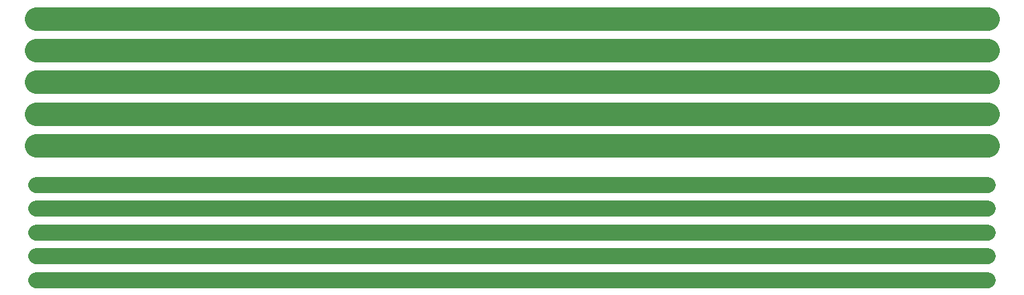
<source format=gtl>
G04*
G04 #@! TF.GenerationSoftware,Altium Limited,Altium Designer,22.2.1 (43)*
G04*
G04 Layer_Physical_Order=1*
G04 Layer_Color=255*
%FSLAX44Y44*%
%MOMM*%
G71*
G04*
G04 #@! TF.SameCoordinates,C4F32A41-7765-4D9E-B6BA-2F0D1BB55C45*
G04*
G04*
G04 #@! TF.FilePolarity,Positive*
G04*
G01*
G75*
%ADD10C,3.0000*%
%ADD11C,2.0000*%
D10*
X0Y340000D02*
X1200000D01*
X0Y300000D02*
X1200000D01*
X0Y260000D02*
X1200000D01*
X0Y220000D02*
X1200000D01*
X0Y180000D02*
X1200000D01*
D11*
X0Y130000D02*
X1200000D01*
X0Y100000D02*
X1200000D01*
X0Y70000D02*
X1200000D01*
X0Y40000D02*
X1200000D01*
X0Y10000D02*
X1200000D01*
M02*

</source>
